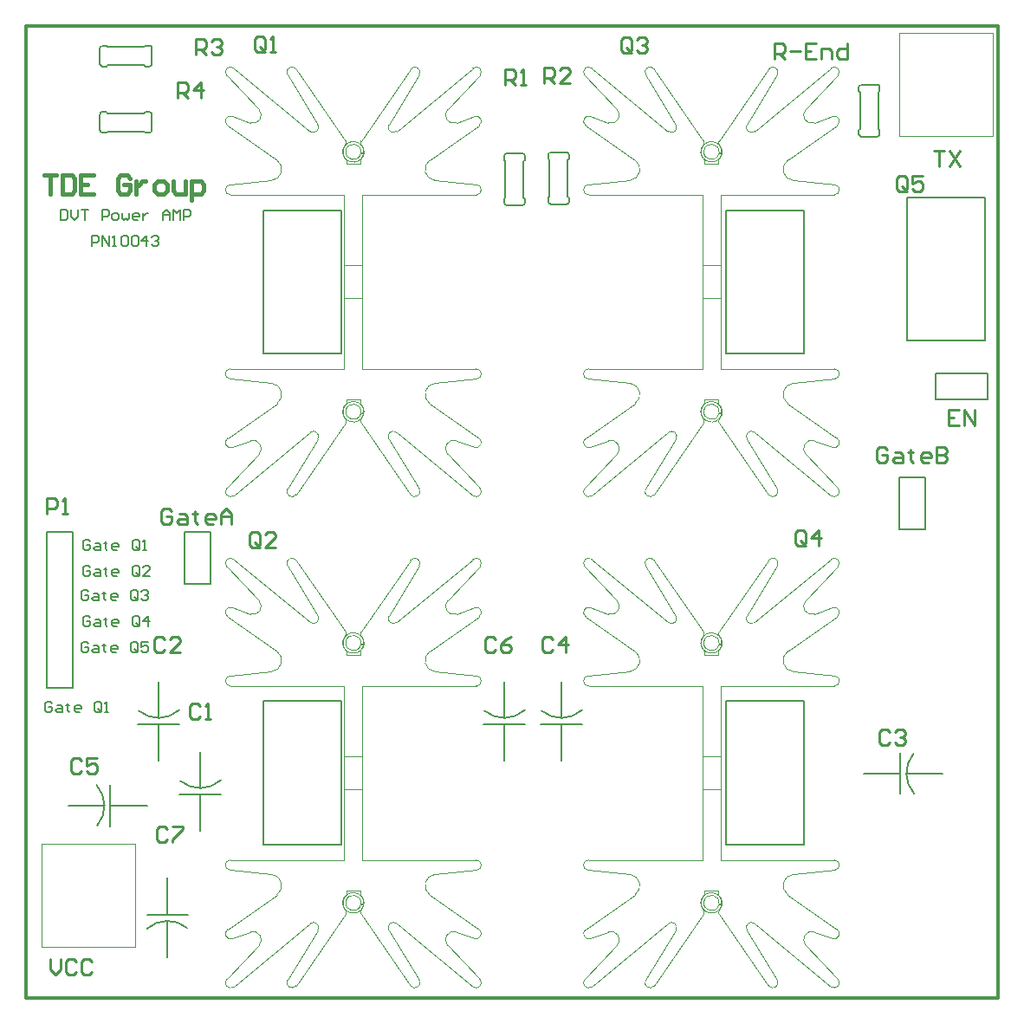
<source format=gto>
G04 Layer_Color=65535*
%FSLAX44Y44*%
%MOMM*%
G71*
G01*
G75*
%ADD12C,0.3000*%
%ADD25C,0.1000*%
%ADD26C,0.2000*%
%ADD27C,0.1524*%
%ADD28C,0.1270*%
%ADD29C,0.0500*%
%ADD30C,0.1500*%
%ADD31C,0.2540*%
%ADD32C,0.4000*%
D12*
X0Y950000D02*
X950000D01*
Y0D02*
Y950000D01*
X0Y0D02*
X950000D01*
X0D02*
Y950000D01*
D25*
X790499Y125022D02*
G03*
X789998Y134997I-500J4975D01*
G01*
Y304997D02*
G03*
X790499Y314972I0J5000D01*
G01*
X744669Y338994D02*
G03*
X749899Y319053I6329J-8997D01*
G01*
X792876Y372908D02*
G03*
X788329Y381711I-2877J4089D01*
G01*
X762201Y388510D02*
G03*
X770669Y375456I5797J-5513D01*
G01*
X793622Y421552D02*
G03*
X786812Y428851I-3623J3446D01*
G01*
X704721Y373587D02*
G03*
X712185Y367144I4277J-2589D01*
G01*
X734276Y422408D02*
G03*
X725886Y427841I-4277J2589D01*
G01*
X677481Y357827D02*
G03*
X677737Y354094I2468J-1706D01*
G01*
X676948Y339127D02*
G03*
X677737Y354094I-6950J7871D01*
G01*
X662260D02*
G03*
X663048Y339127I7739J-7096D01*
G01*
X662260Y354094D02*
G03*
X662516Y357827I-2211J2028D01*
G01*
X614111Y427841D02*
G03*
X605721Y422408I-4113J-2843D01*
G01*
X627812Y367144D02*
G03*
X635276Y373587I3186J3853D01*
G01*
X553185Y428851D02*
G03*
X546375Y421552I-3186J-3853D01*
G01*
X569328Y375456D02*
G03*
X577796Y388510I2671J7541D01*
G01*
X551668Y381711D02*
G03*
X547122Y372908I-1669J-4713D01*
G01*
X590098Y319053D02*
G03*
X595328Y338994I-1100J10945D01*
G01*
X549498Y314972D02*
G03*
X549999Y304997I500J-4975D01*
G01*
Y134997D02*
G03*
X549498Y125022I0J-5000D01*
G01*
X595328Y101001D02*
G03*
X590098Y120942I-6329J8997D01*
G01*
X547122Y67087D02*
G03*
X551668Y58284I2877J-4089D01*
G01*
X577796Y51485D02*
G03*
X569328Y64538I-5797J5513D01*
G01*
X546375Y18443D02*
G03*
X553185Y11144I3623J-3446D01*
G01*
X635276Y66408D02*
G03*
X627812Y72851I-4277J2589D01*
G01*
X605721Y17587D02*
G03*
X614111Y12154I4277J-2589D01*
G01*
X662516Y82167D02*
G03*
X662260Y85901I-2468J1706D01*
G01*
X663048Y100868D02*
G03*
X662260Y85901I6950J-7871D01*
G01*
X677737D02*
G03*
X676948Y100868I-7739J7096D01*
G01*
X677737Y85901D02*
G03*
X677481Y82167I2211J-2028D01*
G01*
X725886Y12154D02*
G03*
X734276Y17587I4113J2843D01*
G01*
X712185Y72851D02*
G03*
X704721Y66408I-3186J-3853D01*
G01*
X786812Y11144D02*
G03*
X793622Y18443I3186J3853D01*
G01*
X770669Y64538D02*
G03*
X762201Y51485I-2671J-7541D01*
G01*
X788329Y58284D02*
G03*
X792876Y67087I1669J4713D01*
G01*
X749899Y120942D02*
G03*
X744669Y101001I1100J-10945D01*
G01*
X679799Y91010D02*
G03*
X679916Y91716I-9801J1987D01*
G01*
D02*
G03*
X679620Y90271I-9918J1282D01*
G01*
X677290Y91240D02*
G03*
X677429Y91978I-7291J1758D01*
G01*
X679620Y90271D02*
G03*
X679635Y90327I-9621J2726D01*
G01*
X679790Y90966D02*
G03*
X679799Y91010I-9791J2031D01*
G01*
X677429Y91978D02*
G03*
X677290Y91240I-7430J1020D01*
G01*
X679879Y345454D02*
G03*
X679964Y346164I-9880J1543D01*
G01*
D02*
G03*
X679733Y344708I-9965J833D01*
G01*
X677362Y345571D02*
G03*
X677467Y346314I-7363J1427D01*
G01*
X679733Y344708D02*
G03*
X679746Y344764I-9734J2290D01*
G01*
X679872Y345410D02*
G03*
X679879Y345454I-9873J1587D01*
G01*
X677467Y346314D02*
G03*
X677362Y345571I-7469J684D01*
G01*
X790499Y605023D02*
G03*
X789998Y614997I-500J4975D01*
G01*
Y784997D02*
G03*
X790499Y794972I0J5000D01*
G01*
X744669Y818994D02*
G03*
X749899Y799053I6329J-8997D01*
G01*
X792876Y852908D02*
G03*
X788329Y861711I-2877J4089D01*
G01*
X762201Y868510D02*
G03*
X770669Y855456I5797J-5513D01*
G01*
X793622Y901552D02*
G03*
X786812Y908851I-3623J3446D01*
G01*
X704721Y853587D02*
G03*
X712185Y847144I4277J-2589D01*
G01*
X734276Y902408D02*
G03*
X725886Y907841I-4277J2589D01*
G01*
X677481Y837828D02*
G03*
X677737Y834094I2468J-1706D01*
G01*
X676948Y819127D02*
G03*
X677737Y834094I-6950J7871D01*
G01*
X662260D02*
G03*
X663048Y819127I7739J-7096D01*
G01*
X662260Y834094D02*
G03*
X662516Y837828I-2211J2028D01*
G01*
X614111Y907841D02*
G03*
X605721Y902408I-4113J-2843D01*
G01*
X627812Y847144D02*
G03*
X635276Y853587I3186J3853D01*
G01*
X553185Y908851D02*
G03*
X546375Y901552I-3186J-3853D01*
G01*
X569328Y855456D02*
G03*
X577796Y868510I2671J7541D01*
G01*
X551668Y861711D02*
G03*
X547122Y852908I-1669J-4713D01*
G01*
X590098Y799053D02*
G03*
X595328Y818994I-1100J10945D01*
G01*
X549498Y794972D02*
G03*
X549999Y784997I500J-4975D01*
G01*
Y614997D02*
G03*
X549498Y605023I0J-5000D01*
G01*
X595328Y581001D02*
G03*
X590098Y600942I-6329J8997D01*
G01*
X547122Y547087D02*
G03*
X551668Y538284I2877J-4089D01*
G01*
X577796Y531485D02*
G03*
X569328Y544538I-5797J5513D01*
G01*
X546375Y498443D02*
G03*
X553185Y491144I3623J-3446D01*
G01*
X635276Y546408D02*
G03*
X627812Y552851I-4277J2589D01*
G01*
X605721Y497587D02*
G03*
X614111Y492154I4277J-2589D01*
G01*
X662516Y562167D02*
G03*
X662260Y565901I-2468J1706D01*
G01*
X663048Y580868D02*
G03*
X662260Y565901I6950J-7871D01*
G01*
X677737D02*
G03*
X676948Y580868I-7739J7096D01*
G01*
X677737Y565901D02*
G03*
X677481Y562167I2211J-2028D01*
G01*
X725886Y492154D02*
G03*
X734276Y497587I4113J2843D01*
G01*
X712185Y552851D02*
G03*
X704721Y546408I-3186J-3853D01*
G01*
X786812Y491144D02*
G03*
X793622Y498443I3186J3853D01*
G01*
X770669Y544538D02*
G03*
X762201Y531485I-2671J-7541D01*
G01*
X788329Y538284D02*
G03*
X792876Y547087I1669J4713D01*
G01*
X749899Y600942D02*
G03*
X744669Y581001I1100J-10945D01*
G01*
X679799Y571010D02*
G03*
X679916Y571716I-9801J1987D01*
G01*
D02*
G03*
X679620Y570271I-9918J1282D01*
G01*
X677290Y571240D02*
G03*
X677429Y571978I-7291J1758D01*
G01*
X679620Y570271D02*
G03*
X679635Y570327I-9621J2726D01*
G01*
X679790Y570966D02*
G03*
X679799Y571010I-9791J2031D01*
G01*
X677429Y571978D02*
G03*
X677290Y571240I-7430J1020D01*
G01*
X679879Y825454D02*
G03*
X679964Y826164I-9880J1543D01*
G01*
D02*
G03*
X679733Y824708I-9965J833D01*
G01*
X677362Y825571D02*
G03*
X677467Y826314I-7363J1427D01*
G01*
X679733Y824708D02*
G03*
X679746Y824764I-9734J2290D01*
G01*
X679872Y825410D02*
G03*
X679879Y825454I-9873J1587D01*
G01*
X677467Y826314D02*
G03*
X677362Y825571I-7469J684D01*
G01*
X440499Y605023D02*
G03*
X439999Y614997I-500J4975D01*
G01*
Y784997D02*
G03*
X440499Y794972I0J5000D01*
G01*
X394669Y818994D02*
G03*
X399899Y799053I6329J-8997D01*
G01*
X442875Y852908D02*
G03*
X438329Y861711I-2877J4089D01*
G01*
X412201Y868510D02*
G03*
X420669Y855456I5797J-5513D01*
G01*
X443622Y901552D02*
G03*
X436812Y908851I-3623J3446D01*
G01*
X354721Y853587D02*
G03*
X362185Y847144I4277J-2589D01*
G01*
X384276Y902408D02*
G03*
X375886Y907841I-4277J2589D01*
G01*
X327481Y837828D02*
G03*
X327737Y834094I2468J-1706D01*
G01*
X326949Y819127D02*
G03*
X327737Y834094I-6950J7871D01*
G01*
X312260D02*
G03*
X313048Y819127I7739J-7096D01*
G01*
X312260Y834094D02*
G03*
X312516Y837828I-2211J2028D01*
G01*
X264111Y907841D02*
G03*
X255721Y902408I-4113J-2843D01*
G01*
X277812Y847144D02*
G03*
X285276Y853587I3186J3853D01*
G01*
X203185Y908851D02*
G03*
X196375Y901552I-3186J-3853D01*
G01*
X219328Y855456D02*
G03*
X227796Y868510I2671J7541D01*
G01*
X201668Y861711D02*
G03*
X197122Y852908I-1669J-4713D01*
G01*
X240098Y799053D02*
G03*
X245328Y818994I-1100J10945D01*
G01*
X199499Y794972D02*
G03*
X199998Y784997I500J-4975D01*
G01*
Y614997D02*
G03*
X199499Y605023I0J-5000D01*
G01*
X245328Y581001D02*
G03*
X240098Y600942I-6329J8997D01*
G01*
X197122Y547087D02*
G03*
X201668Y538284I2877J-4089D01*
G01*
X227796Y531485D02*
G03*
X219328Y544538I-5797J5513D01*
G01*
X196375Y498443D02*
G03*
X203185Y491144I3623J-3446D01*
G01*
X285276Y546408D02*
G03*
X277812Y552851I-4277J2589D01*
G01*
X255721Y497587D02*
G03*
X264111Y492154I4277J-2589D01*
G01*
X312516Y562167D02*
G03*
X312260Y565901I-2468J1706D01*
G01*
X313048Y580868D02*
G03*
X312260Y565901I6950J-7871D01*
G01*
X327737D02*
G03*
X326949Y580868I-7739J7096D01*
G01*
X327737Y565901D02*
G03*
X327481Y562167I2211J-2028D01*
G01*
X375886Y492154D02*
G03*
X384276Y497587I4113J2843D01*
G01*
X362185Y552851D02*
G03*
X354721Y546408I-3186J-3853D01*
G01*
X436812Y491144D02*
G03*
X443622Y498443I3186J3853D01*
G01*
X420669Y544538D02*
G03*
X412201Y531485I-2671J-7541D01*
G01*
X438329Y538284D02*
G03*
X442875Y547087I1669J4713D01*
G01*
X399899Y600942D02*
G03*
X394669Y581001I1100J-10945D01*
G01*
X329799Y571010D02*
G03*
X329916Y571716I-9801J1987D01*
G01*
D02*
G03*
X329620Y570271I-9918J1282D01*
G01*
X327290Y571240D02*
G03*
X327429Y571978I-7291J1758D01*
G01*
X329620Y570271D02*
G03*
X329635Y570327I-9621J2726D01*
G01*
X329790Y570966D02*
G03*
X329799Y571010I-9791J2031D01*
G01*
X327429Y571978D02*
G03*
X327290Y571240I-7430J1020D01*
G01*
X329879Y825454D02*
G03*
X329964Y826164I-9880J1543D01*
G01*
D02*
G03*
X329733Y824708I-9965J833D01*
G01*
X327361Y825571D02*
G03*
X327467Y826314I-7363J1427D01*
G01*
X329733Y824708D02*
G03*
X329746Y824764I-9734J2290D01*
G01*
X329872Y825410D02*
G03*
X329879Y825454I-9873J1587D01*
G01*
X327467Y826314D02*
G03*
X327361Y825571I-7469J684D01*
G01*
X440499Y125022D02*
G03*
X439999Y134997I-500J4975D01*
G01*
Y304997D02*
G03*
X440499Y314972I0J5000D01*
G01*
X394669Y338994D02*
G03*
X399899Y319053I6329J-8997D01*
G01*
X442875Y372908D02*
G03*
X438329Y381711I-2877J4089D01*
G01*
X412201Y388510D02*
G03*
X420669Y375456I5797J-5513D01*
G01*
X443622Y421552D02*
G03*
X436812Y428851I-3623J3446D01*
G01*
X354721Y373587D02*
G03*
X362185Y367144I4277J-2589D01*
G01*
X384276Y422408D02*
G03*
X375886Y427841I-4277J2589D01*
G01*
X327481Y357827D02*
G03*
X327737Y354094I2468J-1706D01*
G01*
X326949Y339127D02*
G03*
X327737Y354094I-6950J7871D01*
G01*
X312260D02*
G03*
X313048Y339127I7739J-7096D01*
G01*
X312260Y354094D02*
G03*
X312516Y357827I-2211J2028D01*
G01*
X264111Y427841D02*
G03*
X255721Y422408I-4113J-2843D01*
G01*
X277812Y367144D02*
G03*
X285276Y373587I3186J3853D01*
G01*
X203185Y428851D02*
G03*
X196375Y421552I-3186J-3853D01*
G01*
X219328Y375456D02*
G03*
X227796Y388510I2671J7541D01*
G01*
X201668Y381711D02*
G03*
X197122Y372908I-1669J-4713D01*
G01*
X240098Y319053D02*
G03*
X245328Y338994I-1100J10945D01*
G01*
X199499Y314972D02*
G03*
X199998Y304997I500J-4975D01*
G01*
Y134997D02*
G03*
X199499Y125022I0J-5000D01*
G01*
X245328Y101001D02*
G03*
X240098Y120942I-6329J8997D01*
G01*
X197122Y67087D02*
G03*
X201668Y58284I2877J-4089D01*
G01*
X227796Y51485D02*
G03*
X219328Y64538I-5797J5513D01*
G01*
X196375Y18443D02*
G03*
X203185Y11144I3623J-3446D01*
G01*
X285276Y66408D02*
G03*
X277812Y72851I-4277J2589D01*
G01*
X255721Y17587D02*
G03*
X264111Y12154I4277J-2589D01*
G01*
X312516Y82167D02*
G03*
X312260Y85901I-2468J1706D01*
G01*
X313048Y100868D02*
G03*
X312260Y85901I6950J-7871D01*
G01*
X327737D02*
G03*
X326949Y100868I-7739J7096D01*
G01*
X327737Y85901D02*
G03*
X327481Y82167I2211J-2028D01*
G01*
X375886Y12154D02*
G03*
X384276Y17587I4113J2843D01*
G01*
X362185Y72851D02*
G03*
X354721Y66408I-3186J-3853D01*
G01*
X436812Y11144D02*
G03*
X443622Y18443I3186J3853D01*
G01*
X420669Y64538D02*
G03*
X412201Y51485I-2671J-7541D01*
G01*
X438329Y58284D02*
G03*
X442875Y67087I1669J4713D01*
G01*
X399899Y120942D02*
G03*
X394669Y101001I1100J-10945D01*
G01*
X329799Y91010D02*
G03*
X329916Y91716I-9801J1987D01*
G01*
D02*
G03*
X329620Y90271I-9918J1282D01*
G01*
X327290Y91240D02*
G03*
X327429Y91978I-7291J1758D01*
G01*
X329620Y90271D02*
G03*
X329635Y90327I-9621J2726D01*
G01*
X329790Y90966D02*
G03*
X329799Y91010I-9791J2031D01*
G01*
X327429Y91978D02*
G03*
X327290Y91240I-7430J1020D01*
G01*
X329879Y345454D02*
G03*
X329964Y346164I-9880J1543D01*
G01*
D02*
G03*
X329733Y344708I-9965J833D01*
G01*
X327361Y345571D02*
G03*
X327467Y346314I-7363J1427D01*
G01*
X329733Y344708D02*
G03*
X329746Y344764I-9734J2290D01*
G01*
X329872Y345410D02*
G03*
X329879Y345454I-9873J1587D01*
G01*
X327467Y346314D02*
G03*
X327361Y345571I-7469J684D01*
G01*
X749899Y120942D02*
X790498Y125022D01*
X678998Y134997D02*
X789998D01*
X678998D02*
Y304997D01*
X789998D01*
X749899Y319053D02*
X790498Y314972D01*
X744669Y338994D02*
X792876Y372908D01*
X770669Y375456D02*
X788329Y381711D01*
X762201Y388510D02*
X793622Y421552D01*
X712185Y367144D02*
X786812Y428851D01*
X704721Y373587D02*
X734276Y422408D01*
X677481Y357827D02*
X725886Y427841D01*
X676948Y334997D02*
Y339127D01*
X663048Y334997D02*
X676948D01*
X663048D02*
Y339127D01*
X614111Y427841D02*
X662516Y357827D01*
X605721Y422408D02*
X635276Y373587D01*
X553185Y428851D02*
X627812Y367144D01*
X546375Y421552D02*
X577796Y388510D01*
X551668Y381711D02*
X569328Y375456D01*
X547122Y372908D02*
X595328Y338994D01*
X549498Y314972D02*
X590098Y319053D01*
X549999Y304997D02*
X660999D01*
Y134997D02*
Y304997D01*
X549999Y134997D02*
X660999D01*
X549498Y125022D02*
X590098Y120942D01*
X547122Y67087D02*
X595328Y101001D01*
X551668Y58284D02*
X569328Y64538D01*
X546375Y18443D02*
X577796Y51485D01*
X553185Y11144D02*
X627812Y72851D01*
X605721Y17587D02*
X635276Y66408D01*
X614111Y12154D02*
X662516Y82167D01*
X663048Y100868D02*
Y104997D01*
X676948D01*
Y100868D02*
Y104997D01*
X677481Y82167D02*
X725886Y12154D01*
X704721Y66408D02*
X734276Y17587D01*
X712185Y72851D02*
X786812Y11144D01*
X762201Y51485D02*
X793622Y18443D01*
X770669Y64538D02*
X788329Y58284D01*
X744669Y101001D02*
X792876Y67087D01*
X660999Y235997D02*
X678998D01*
X660999Y203997D02*
X678998D01*
X679620Y90271D02*
X679633Y90325D01*
X679644Y90382D01*
X679652Y90440D01*
X679656Y90499D01*
X679657Y90558D01*
X679655Y90616D02*
X679657Y90558D01*
X679649Y90673D02*
X679655Y90616D01*
X679639Y90728D02*
X679649Y90673D01*
X679625Y90781D02*
X679639Y90728D01*
X679605Y90836D02*
X679625Y90781D01*
X679581Y90892D02*
X679605Y90836D01*
X679552Y90946D02*
X679581Y90892D01*
X679519Y90998D02*
X679552Y90946D01*
X679481Y91046D02*
X679519Y90998D01*
X679439Y91091D02*
X679481Y91046D01*
X679390Y91134D02*
X679439Y91091D01*
X679334Y91175D02*
X679390Y91134D01*
X679273Y91212D02*
X679334Y91175D01*
X679210Y91242D02*
X679273Y91212D01*
X679143Y91267D02*
X679210Y91242D01*
X679070Y91285D02*
X679143Y91267D01*
X678993Y91298D02*
X679070Y91285D01*
X678914Y91305D02*
X678993Y91298D01*
X678838Y91306D02*
X678914Y91305D01*
X678948Y92042D02*
X679024Y92042D01*
X679103Y92034D01*
X679181Y92021D01*
X679255Y92002D01*
X679322Y91978D01*
X679387Y91947D01*
X679449Y91911D01*
X679506Y91871D01*
X679558Y91828D01*
X679602Y91785D01*
X679642Y91737D01*
X679679Y91686D01*
X679712Y91632D01*
X679740Y91578D01*
X679764Y91523D01*
X679782Y91469D01*
X679797Y91415D01*
X679807Y91358D01*
X679814Y91300D01*
X679818Y91241D01*
X679818Y91182D01*
X679815Y91123D02*
X679818Y91182D01*
X679809Y91066D02*
X679815Y91123D01*
X679799Y91010D02*
X679809Y91066D01*
X677290Y91240D02*
X678838Y91306D01*
X677429Y91978D02*
X678948Y92042D01*
X679635Y90327D02*
X679636Y90328D01*
X679637Y90332D01*
X679638Y90337D01*
X679641Y90346D01*
X679643Y90356D01*
X679647Y90369D01*
X679651Y90385D01*
X679656Y90402D01*
X679661Y90422D01*
X679667Y90444D01*
X679674Y90469D01*
X679681Y90496D01*
X679688Y90525D01*
X679696Y90557D01*
X679704Y90590D01*
X679713Y90626D01*
X679722Y90663D01*
X679731Y90702D01*
X679741Y90743D01*
X679751Y90785D01*
X679760Y90828D01*
X679770Y90873D01*
X679780Y90919D01*
X679790Y90966D01*
X679634Y90327D02*
X679635Y90327D01*
X679733Y344708D02*
X679744Y344763D01*
X679752Y344820D01*
X679757Y344878D01*
X679759Y344937D01*
X679758Y344996D02*
X679759Y344937D01*
X679753Y345054D02*
X679758Y344996D01*
X679744Y345111D02*
X679753Y345054D01*
X679732Y345165D02*
X679744Y345111D01*
X679715Y345218D02*
X679732Y345165D01*
X679693Y345272D02*
X679715Y345218D01*
X679666Y345326D02*
X679693Y345272D01*
X679635Y345379D02*
X679666Y345326D01*
X679599Y345429D02*
X679635Y345379D01*
X679560Y345476D02*
X679599Y345429D01*
X679516Y345519D02*
X679560Y345476D01*
X679464Y345560D02*
X679516Y345519D01*
X679407Y345598D02*
X679464Y345560D01*
X679344Y345632D02*
X679407Y345598D01*
X679279Y345660D02*
X679344Y345632D01*
X679212Y345681D02*
X679279Y345660D01*
X679138Y345696D02*
X679212Y345681D01*
X679060Y345706D02*
X679138Y345696D01*
X678981Y345709D02*
X679060Y345706D01*
X678905Y345706D02*
X678981Y345709D01*
X678982Y346446D02*
X679058Y346450D01*
X679137Y346446D01*
X679216Y346436D01*
X679290Y346421D01*
X679358Y346399D01*
X679424Y346372D01*
X679488Y346338D01*
X679547Y346301D01*
X679601Y346261D01*
X679647Y346219D01*
X679689Y346173D01*
X679728Y346124D01*
X679763Y346072D01*
X679794Y346019D01*
X679820Y345965D01*
X679841Y345912D01*
X679858Y345858D01*
X679871Y345802D01*
X679881Y345745D01*
X679887Y345686D01*
X679890Y345626D01*
X679889Y345568D02*
X679890Y345626D01*
X679886Y345510D02*
X679889Y345568D01*
X679879Y345454D02*
X679886Y345510D01*
X677362Y345571D02*
X678905Y345706D01*
X677467Y346314D02*
X678982Y346446D01*
X679746Y344764D02*
X679746Y344766D01*
X679747Y344769D01*
X679749Y344775D01*
X679750Y344783D01*
X679753Y344794D01*
X679756Y344807D01*
X679759Y344823D01*
X679763Y344840D01*
X679768Y344860D01*
X679772Y344883D01*
X679778Y344908D01*
X679784Y344935D01*
X679790Y344965D01*
X679796Y344997D01*
X679803Y345031D01*
X679810Y345066D01*
X679818Y345104D01*
X679825Y345144D01*
X679833Y345185D01*
X679840Y345227D01*
X679848Y345271D01*
X679856Y345316D01*
X679864Y345362D01*
X679872Y345410D01*
X679745Y344764D02*
X679746Y344764D01*
X749899Y600942D02*
X790498Y605023D01*
X678998Y614997D02*
X789998D01*
X678998D02*
Y784997D01*
X789998D01*
X749899Y799053D02*
X790498Y794972D01*
X744669Y818994D02*
X792876Y852908D01*
X770669Y855456D02*
X788329Y861711D01*
X762201Y868510D02*
X793622Y901552D01*
X712185Y847144D02*
X786812Y908851D01*
X704721Y853587D02*
X734276Y902408D01*
X677481Y837828D02*
X725886Y907841D01*
X676948Y814997D02*
Y819127D01*
X663048Y814997D02*
X676948D01*
X663048D02*
Y819127D01*
X614111Y907841D02*
X662516Y837828D01*
X605721Y902408D02*
X635276Y853587D01*
X553185Y908851D02*
X627812Y847144D01*
X546375Y901552D02*
X577796Y868510D01*
X551668Y861711D02*
X569328Y855456D01*
X547122Y852908D02*
X595328Y818994D01*
X549498Y794972D02*
X590098Y799053D01*
X549999Y784997D02*
X660999D01*
Y614997D02*
Y784997D01*
X549999Y614997D02*
X660999D01*
X549498Y605023D02*
X590098Y600942D01*
X547122Y547087D02*
X595328Y581001D01*
X551668Y538284D02*
X569328Y544538D01*
X546375Y498443D02*
X577796Y531485D01*
X553185Y491144D02*
X627812Y552851D01*
X605721Y497587D02*
X635276Y546408D01*
X614111Y492154D02*
X662516Y562167D01*
X663048Y580868D02*
Y584997D01*
X676948D01*
Y580868D02*
Y584997D01*
X677481Y562167D02*
X725886Y492154D01*
X704721Y546408D02*
X734276Y497587D01*
X712185Y552851D02*
X786812Y491144D01*
X762201Y531485D02*
X793622Y498443D01*
X770669Y544538D02*
X788329Y538284D01*
X744669Y581001D02*
X792876Y547087D01*
X660999Y715997D02*
X678998D01*
X660999Y683997D02*
X678998D01*
X679620Y570271D02*
X679633Y570326D01*
X679644Y570382D01*
X679652Y570440D01*
X679656Y570499D01*
X679657Y570558D01*
X679655Y570616D02*
X679657Y570558D01*
X679649Y570673D02*
X679655Y570616D01*
X679639Y570728D02*
X679649Y570673D01*
X679625Y570781D02*
X679639Y570728D01*
X679605Y570836D02*
X679625Y570781D01*
X679581Y570892D02*
X679605Y570836D01*
X679552Y570946D02*
X679581Y570892D01*
X679519Y570998D02*
X679552Y570946D01*
X679481Y571046D02*
X679519Y570998D01*
X679439Y571091D02*
X679481Y571046D01*
X679390Y571134D02*
X679439Y571091D01*
X679334Y571175D02*
X679390Y571134D01*
X679273Y571212D02*
X679334Y571175D01*
X679210Y571242D02*
X679273Y571212D01*
X679143Y571267D02*
X679210Y571242D01*
X679070Y571285D02*
X679143Y571267D01*
X678993Y571298D02*
X679070Y571285D01*
X678914Y571305D02*
X678993Y571298D01*
X678838Y571306D02*
X678914Y571305D01*
X678948Y572042D02*
X679024Y572042D01*
X679103Y572034D01*
X679181Y572021D01*
X679255Y572002D01*
X679322Y571978D01*
X679387Y571947D01*
X679449Y571911D01*
X679506Y571871D01*
X679558Y571828D01*
X679602Y571785D01*
X679642Y571737D01*
X679679Y571686D01*
X679712Y571632D01*
X679740Y571578D01*
X679764Y571523D01*
X679782Y571469D01*
X679797Y571415D01*
X679807Y571358D01*
X679814Y571300D01*
X679818Y571241D01*
X679818Y571182D01*
X679815Y571123D02*
X679818Y571182D01*
X679809Y571066D02*
X679815Y571123D01*
X679799Y571010D02*
X679809Y571066D01*
X677290Y571240D02*
X678838Y571306D01*
X677429Y571978D02*
X678948Y572042D01*
X679635Y570327D02*
X679636Y570328D01*
X679637Y570332D01*
X679638Y570337D01*
X679641Y570346D01*
X679643Y570356D01*
X679647Y570369D01*
X679651Y570384D01*
X679656Y570402D01*
X679661Y570422D01*
X679667Y570444D01*
X679674Y570469D01*
X679681Y570496D01*
X679688Y570525D01*
X679696Y570557D01*
X679704Y570590D01*
X679713Y570626D01*
X679722Y570663D01*
X679731Y570702D01*
X679741Y570743D01*
X679751Y570785D01*
X679760Y570828D01*
X679770Y570873D01*
X679780Y570919D01*
X679790Y570966D01*
X679634Y570327D02*
X679635Y570327D01*
X679733Y824708D02*
X679744Y824763D01*
X679752Y824820D01*
X679757Y824878D01*
X679759Y824937D01*
X679758Y824996D02*
X679759Y824937D01*
X679753Y825054D02*
X679758Y824996D01*
X679744Y825110D02*
X679753Y825054D01*
X679732Y825165D02*
X679744Y825110D01*
X679715Y825218D02*
X679732Y825165D01*
X679693Y825272D02*
X679715Y825218D01*
X679666Y825326D02*
X679693Y825272D01*
X679635Y825379D02*
X679666Y825326D01*
X679599Y825429D02*
X679635Y825379D01*
X679560Y825476D02*
X679599Y825429D01*
X679516Y825519D02*
X679560Y825476D01*
X679464Y825560D02*
X679516Y825519D01*
X679407Y825598D02*
X679464Y825560D01*
X679344Y825632D02*
X679407Y825598D01*
X679279Y825660D02*
X679344Y825632D01*
X679212Y825681D02*
X679279Y825660D01*
X679138Y825696D02*
X679212Y825681D01*
X679060Y825706D02*
X679138Y825696D01*
X678981Y825709D02*
X679060Y825706D01*
X678905Y825706D02*
X678981Y825709D01*
X678982Y826447D02*
X679058Y826450D01*
X679137Y826446D01*
X679216Y826436D01*
X679290Y826421D01*
X679358Y826400D01*
X679424Y826372D01*
X679488Y826338D01*
X679547Y826301D01*
X679601Y826261D01*
X679647Y826219D01*
X679689Y826173D01*
X679728Y826124D01*
X679763Y826072D01*
X679794Y826019D01*
X679820Y825965D01*
X679841Y825912D01*
X679858Y825859D01*
X679871Y825802D01*
X679881Y825744D01*
X679887Y825686D01*
X679890Y825626D01*
X679889Y825568D02*
X679890Y825626D01*
X679886Y825510D02*
X679889Y825568D01*
X679879Y825454D02*
X679886Y825510D01*
X677362Y825571D02*
X678905Y825706D01*
X677467Y826314D02*
X678982Y826447D01*
X679746Y824764D02*
X679746Y824765D01*
X679747Y824769D01*
X679749Y824775D01*
X679750Y824783D01*
X679753Y824794D01*
X679756Y824807D01*
X679759Y824822D01*
X679763Y824840D01*
X679768Y824861D01*
X679772Y824883D01*
X679778Y824908D01*
X679784Y824935D01*
X679790Y824965D01*
X679796Y824997D01*
X679803Y825031D01*
X679810Y825066D01*
X679818Y825104D01*
X679825Y825144D01*
X679833Y825184D01*
X679840Y825227D01*
X679848Y825271D01*
X679856Y825316D01*
X679864Y825362D01*
X679872Y825410D01*
X679745Y824764D02*
X679746Y824764D01*
X399898Y600942D02*
X440498Y605023D01*
X328998Y614997D02*
X439999D01*
X328998D02*
Y784997D01*
X439999D01*
X399898Y799053D02*
X440498Y794972D01*
X394669Y818994D02*
X442875Y852908D01*
X420669Y855456D02*
X438329Y861711D01*
X412201Y868510D02*
X443622Y901552D01*
X362185Y847144D02*
X436812Y908851D01*
X354721Y853587D02*
X384276Y902408D01*
X327481Y837828D02*
X375886Y907841D01*
X326949Y814997D02*
Y819127D01*
X313048Y814997D02*
X326949D01*
X313048D02*
Y819127D01*
X264111Y907841D02*
X312516Y837828D01*
X255721Y902408D02*
X285276Y853587D01*
X203185Y908851D02*
X277812Y847144D01*
X196375Y901552D02*
X227796Y868510D01*
X201668Y861711D02*
X219328Y855456D01*
X197122Y852908D02*
X245328Y818994D01*
X199499Y794972D02*
X240098Y799053D01*
X199998Y784997D02*
X310998D01*
Y614997D02*
Y784997D01*
X199998Y614997D02*
X310998D01*
X199499Y605023D02*
X240098Y600942D01*
X197122Y547087D02*
X245328Y581001D01*
X201668Y538284D02*
X219328Y544538D01*
X196375Y498443D02*
X227796Y531485D01*
X203185Y491144D02*
X277812Y552851D01*
X255721Y497587D02*
X285276Y546408D01*
X264111Y492154D02*
X312516Y562167D01*
X313048Y580868D02*
Y584997D01*
X326949D01*
Y580868D02*
Y584997D01*
X327481Y562167D02*
X375886Y492154D01*
X354721Y546408D02*
X384276Y497587D01*
X362185Y552851D02*
X436812Y491144D01*
X412201Y531485D02*
X443622Y498443D01*
X420669Y544538D02*
X438329Y538284D01*
X394669Y581001D02*
X442875Y547087D01*
X310998Y715997D02*
X328998D01*
X310998Y683997D02*
X328998D01*
X329620Y570271D02*
X329633Y570326D01*
X329644Y570382D01*
X329652Y570440D01*
X329656Y570499D01*
X329657Y570558D01*
X329655Y570616D02*
X329657Y570558D01*
X329649Y570673D02*
X329655Y570616D01*
X329639Y570728D02*
X329649Y570673D01*
X329625Y570781D02*
X329639Y570728D01*
X329605Y570836D02*
X329625Y570781D01*
X329581Y570892D02*
X329605Y570836D01*
X329552Y570946D02*
X329581Y570892D01*
X329519Y570998D02*
X329552Y570946D01*
X329481Y571046D02*
X329519Y570998D01*
X329439Y571091D02*
X329481Y571046D01*
X329390Y571134D02*
X329439Y571091D01*
X329334Y571175D02*
X329390Y571134D01*
X329273Y571212D02*
X329334Y571175D01*
X329210Y571242D02*
X329273Y571212D01*
X329143Y571267D02*
X329210Y571242D01*
X329070Y571285D02*
X329143Y571267D01*
X328993Y571298D02*
X329070Y571285D01*
X328914Y571305D02*
X328993Y571298D01*
X328838Y571306D02*
X328914Y571305D01*
X328948Y572042D02*
X329024Y572042D01*
X329103Y572034D01*
X329181Y572021D01*
X329255Y572002D01*
X329322Y571978D01*
X329387Y571947D01*
X329449Y571911D01*
X329506Y571871D01*
X329558Y571828D01*
X329602Y571785D01*
X329642Y571737D01*
X329679Y571686D01*
X329712Y571632D01*
X329740Y571578D01*
X329764Y571523D01*
X329782Y571469D01*
X329796Y571415D01*
X329807Y571358D01*
X329814Y571300D01*
X329818Y571241D01*
X329818Y571182D01*
X329815Y571123D02*
X329818Y571182D01*
X329809Y571066D02*
X329815Y571123D01*
X329799Y571010D02*
X329809Y571066D01*
X327290Y571240D02*
X328838Y571306D01*
X327429Y571978D02*
X328948Y572042D01*
X329635Y570327D02*
X329636Y570328D01*
X329637Y570332D01*
X329638Y570337D01*
X329641Y570346D01*
X329644Y570356D01*
X329647Y570369D01*
X329651Y570384D01*
X329656Y570402D01*
X329661Y570422D01*
X329667Y570444D01*
X329674Y570469D01*
X329681Y570496D01*
X329688Y570525D01*
X329696Y570557D01*
X329704Y570590D01*
X329713Y570626D01*
X329722Y570663D01*
X329731Y570702D01*
X329741Y570743D01*
X329751Y570785D01*
X329760Y570828D01*
X329770Y570873D01*
X329780Y570919D01*
X329790Y570966D01*
X329634Y570327D02*
X329635Y570327D01*
X329733Y824708D02*
X329744Y824763D01*
X329752Y824820D01*
X329757Y824878D01*
X329759Y824937D01*
X329758Y824996D02*
X329759Y824937D01*
X329753Y825054D02*
X329758Y824996D01*
X329744Y825110D02*
X329753Y825054D01*
X329732Y825165D02*
X329744Y825110D01*
X329715Y825218D02*
X329732Y825165D01*
X329693Y825272D02*
X329715Y825218D01*
X329666Y825326D02*
X329693Y825272D01*
X329635Y825379D02*
X329666Y825326D01*
X329599Y825429D02*
X329635Y825379D01*
X329560Y825476D02*
X329599Y825429D01*
X329516Y825519D02*
X329560Y825476D01*
X329464Y825560D02*
X329516Y825519D01*
X329407Y825598D02*
X329464Y825560D01*
X329344Y825632D02*
X329407Y825598D01*
X329279Y825660D02*
X329344Y825632D01*
X329212Y825681D02*
X329279Y825660D01*
X329138Y825696D02*
X329212Y825681D01*
X329060Y825706D02*
X329138Y825696D01*
X328981Y825709D02*
X329060Y825706D01*
X328905Y825706D02*
X328981Y825709D01*
X328982Y826447D02*
X329058Y826450D01*
X329137Y826446D01*
X329216Y826436D01*
X329290Y826421D01*
X329358Y826400D01*
X329424Y826372D01*
X329488Y826338D01*
X329547Y826301D01*
X329601Y826261D01*
X329647Y826219D01*
X329689Y826173D01*
X329728Y826124D01*
X329763Y826072D01*
X329794Y826019D01*
X329820Y825965D01*
X329841Y825912D01*
X329858Y825859D01*
X329871Y825802D01*
X329881Y825744D01*
X329887Y825686D01*
X329890Y825626D01*
X329889Y825568D02*
X329890Y825626D01*
X329886Y825510D02*
X329889Y825568D01*
X329879Y825454D02*
X329886Y825510D01*
X327361Y825571D02*
X328905Y825706D01*
X327467Y826314D02*
X328982Y826447D01*
X329746Y824764D02*
X329746Y824765D01*
X329747Y824769D01*
X329748Y824775D01*
X329750Y824783D01*
X329753Y824794D01*
X329756Y824807D01*
X329759Y824822D01*
X329763Y824840D01*
X329768Y824861D01*
X329772Y824883D01*
X329778Y824908D01*
X329784Y824935D01*
X329790Y824965D01*
X329796Y824997D01*
X329803Y825031D01*
X329810Y825066D01*
X329818Y825104D01*
X329825Y825144D01*
X329833Y825184D01*
X329841Y825227D01*
X329848Y825271D01*
X329856Y825316D01*
X329864Y825362D01*
X329872Y825410D01*
X329745Y824764D02*
X329746Y824764D01*
X399898Y120942D02*
X440498Y125022D01*
X328998Y134997D02*
X439999D01*
X328998D02*
Y304997D01*
X439999D01*
X399898Y319053D02*
X440498Y314972D01*
X394669Y338994D02*
X442875Y372908D01*
X420669Y375456D02*
X438329Y381711D01*
X412201Y388510D02*
X443622Y421552D01*
X362185Y367144D02*
X436812Y428851D01*
X354721Y373587D02*
X384276Y422408D01*
X327481Y357827D02*
X375886Y427841D01*
X326949Y334997D02*
Y339127D01*
X313048Y334997D02*
X326949D01*
X313048D02*
Y339127D01*
X264111Y427841D02*
X312516Y357827D01*
X255721Y422408D02*
X285276Y373587D01*
X203185Y428851D02*
X277812Y367144D01*
X196375Y421552D02*
X227796Y388510D01*
X201668Y381711D02*
X219328Y375456D01*
X197122Y372908D02*
X245328Y338994D01*
X199499Y314972D02*
X240098Y319053D01*
X199998Y304997D02*
X310998D01*
Y134997D02*
Y304997D01*
X199998Y134997D02*
X310998D01*
X199499Y125022D02*
X240098Y120942D01*
X197122Y67087D02*
X245328Y101001D01*
X201668Y58284D02*
X219328Y64538D01*
X196375Y18443D02*
X227796Y51485D01*
X203185Y11144D02*
X277812Y72851D01*
X255721Y17587D02*
X285276Y66408D01*
X264111Y12154D02*
X312516Y82167D01*
X313048Y100868D02*
Y104997D01*
X326949D01*
Y100868D02*
Y104997D01*
X327481Y82167D02*
X375886Y12154D01*
X354721Y66408D02*
X384276Y17587D01*
X362185Y72851D02*
X436812Y11144D01*
X412201Y51485D02*
X443622Y18443D01*
X420669Y64538D02*
X438329Y58284D01*
X394669Y101001D02*
X442875Y67087D01*
X310998Y235997D02*
X328998D01*
X310998Y203997D02*
X328998D01*
X329620Y90271D02*
X329633Y90325D01*
X329644Y90382D01*
X329652Y90440D01*
X329656Y90499D01*
X329657Y90558D01*
X329655Y90616D02*
X329657Y90558D01*
X329649Y90673D02*
X329655Y90616D01*
X329639Y90728D02*
X329649Y90673D01*
X329625Y90781D02*
X329639Y90728D01*
X329605Y90836D02*
X329625Y90781D01*
X329581Y90892D02*
X329605Y90836D01*
X329552Y90946D02*
X329581Y90892D01*
X329519Y90998D02*
X329552Y90946D01*
X329481Y91046D02*
X329519Y90998D01*
X329439Y91091D02*
X329481Y91046D01*
X329390Y91134D02*
X329439Y91091D01*
X329334Y91175D02*
X329390Y91134D01*
X329273Y91212D02*
X329334Y91175D01*
X329210Y91242D02*
X329273Y91212D01*
X329143Y91267D02*
X329210Y91242D01*
X329070Y91285D02*
X329143Y91267D01*
X328993Y91298D02*
X329070Y91285D01*
X328914Y91305D02*
X328993Y91298D01*
X328838Y91306D02*
X328914Y91305D01*
X328948Y92042D02*
X329024Y92042D01*
X329103Y92034D01*
X329181Y92021D01*
X329255Y92002D01*
X329322Y91978D01*
X329387Y91947D01*
X329449Y91911D01*
X329506Y91871D01*
X329558Y91828D01*
X329602Y91785D01*
X329642Y91737D01*
X329679Y91686D01*
X329712Y91632D01*
X329740Y91578D01*
X329764Y91523D01*
X329782Y91469D01*
X329796Y91415D01*
X329807Y91358D01*
X329814Y91300D01*
X329818Y91241D01*
X329818Y91182D01*
X329815Y91123D02*
X329818Y91182D01*
X329809Y91066D02*
X329815Y91123D01*
X329799Y91010D02*
X329809Y91066D01*
X327290Y91240D02*
X328838Y91306D01*
X327429Y91978D02*
X328948Y92042D01*
X329635Y90327D02*
X329636Y90328D01*
X329637Y90332D01*
X329638Y90337D01*
X329641Y90346D01*
X329644Y90356D01*
X329647Y90369D01*
X329651Y90385D01*
X329656Y90402D01*
X329661Y90422D01*
X329667Y90444D01*
X329674Y90469D01*
X329681Y90496D01*
X329688Y90525D01*
X329696Y90557D01*
X329704Y90590D01*
X329713Y90626D01*
X329722Y90663D01*
X329731Y90702D01*
X329741Y90743D01*
X329751Y90785D01*
X329760Y90828D01*
X329770Y90873D01*
X329780Y90919D01*
X329790Y90966D01*
X329634Y90327D02*
X329635Y90327D01*
X329733Y344708D02*
X329744Y344763D01*
X329752Y344820D01*
X329757Y344878D01*
X329759Y344937D01*
X329758Y344996D02*
X329759Y344937D01*
X329753Y345054D02*
X329758Y344996D01*
X329744Y345111D02*
X329753Y345054D01*
X329732Y345165D02*
X329744Y345111D01*
X329715Y345218D02*
X329732Y345165D01*
X329693Y345272D02*
X329715Y345218D01*
X329666Y345326D02*
X329693Y345272D01*
X329635Y345379D02*
X329666Y345326D01*
X329599Y345429D02*
X329635Y345379D01*
X329560Y345476D02*
X329599Y345429D01*
X329516Y345519D02*
X329560Y345476D01*
X329464Y345560D02*
X329516Y345519D01*
X329407Y345598D02*
X329464Y345560D01*
X329344Y345632D02*
X329407Y345598D01*
X329279Y345660D02*
X329344Y345632D01*
X329212Y345681D02*
X329279Y345660D01*
X329138Y345696D02*
X329212Y345681D01*
X329060Y345706D02*
X329138Y345696D01*
X328981Y345709D02*
X329060Y345706D01*
X328905Y345706D02*
X328981Y345709D01*
X328982Y346446D02*
X329058Y346450D01*
X329137Y346446D01*
X329216Y346436D01*
X329290Y346421D01*
X329358Y346399D01*
X329424Y346372D01*
X329488Y346338D01*
X329547Y346301D01*
X329601Y346261D01*
X329647Y346219D01*
X329689Y346173D01*
X329728Y346124D01*
X329763Y346072D01*
X329794Y346019D01*
X329820Y345965D01*
X329841Y345912D01*
X329858Y345858D01*
X329871Y345802D01*
X329881Y345745D01*
X329887Y345686D01*
X329890Y345626D01*
X329889Y345568D02*
X329890Y345626D01*
X329886Y345510D02*
X329889Y345568D01*
X329879Y345454D02*
X329886Y345510D01*
X327361Y345571D02*
X328905Y345706D01*
X327467Y346314D02*
X328982Y346446D01*
X329746Y344764D02*
X329746Y344766D01*
X329747Y344769D01*
X329748Y344775D01*
X329750Y344783D01*
X329753Y344794D01*
X329756Y344807D01*
X329759Y344823D01*
X329763Y344840D01*
X329768Y344860D01*
X329772Y344883D01*
X329778Y344908D01*
X329784Y344935D01*
X329790Y344965D01*
X329796Y344997D01*
X329803Y345031D01*
X329810Y345066D01*
X329818Y345104D01*
X329825Y345144D01*
X329833Y345185D01*
X329841Y345227D01*
X329848Y345271D01*
X329856Y345316D01*
X329864Y345362D01*
X329872Y345410D01*
X329745Y344764D02*
X329746Y344764D01*
D26*
X504020Y280772D02*
G03*
X543378Y281459I19284J22981D01*
G01*
X867512Y238930D02*
G03*
X868199Y199572I22981J-19284D01*
G01*
X110320Y280772D02*
G03*
X149678Y281459I19284J22981D01*
G01*
X150960Y212192D02*
G03*
X190318Y212879I19284J22981D01*
G01*
X157650Y68478D02*
G03*
X118292Y67791I-19284J-22981D01*
G01*
X448140Y280772D02*
G03*
X487498Y281459I19284J22981D01*
G01*
X69748Y168740D02*
G03*
X69061Y208098I-22981J19284D01*
G01*
X523240Y231760D02*
Y268010D01*
Y274010D02*
Y309010D01*
X503240Y268010D02*
X543240D01*
X818500Y219710D02*
X854750D01*
X860750D02*
X895750D01*
X854750Y199710D02*
Y239710D01*
X129540Y231760D02*
Y268010D01*
Y274010D02*
Y309010D01*
X109540Y268010D02*
X149540D01*
X170180Y163180D02*
Y199430D01*
Y205430D02*
Y240430D01*
X150180Y199430D02*
X190180D01*
X154940Y405130D02*
Y455930D01*
Y405130D02*
X180340D01*
Y455930D01*
X154940D02*
X180340D01*
X853440Y458470D02*
Y509270D01*
Y458470D02*
X878840D01*
Y509270D01*
X853440D02*
X878840D01*
X138430Y81240D02*
Y117490D01*
Y40240D02*
Y75240D01*
X118430Y81240D02*
X158430D01*
X467360Y231760D02*
Y268010D01*
Y274010D02*
Y309010D01*
X447360Y268010D02*
X487360D01*
X82510Y187960D02*
X118760D01*
X41510D02*
X76510D01*
X82510Y167960D02*
Y207960D01*
X889000Y585470D02*
Y610870D01*
X939800D01*
Y585470D02*
Y610870D01*
X889000Y585470D02*
X939800D01*
X20320Y303530D02*
X45720D01*
X20320D02*
Y455930D01*
X45720D01*
Y436880D02*
Y455930D01*
Y303530D02*
Y436880D01*
D27*
X510540Y778510D02*
G03*
X513080Y775970I2540J0D01*
G01*
X528320D02*
G03*
X530860Y778510I0J2540D01*
G01*
Y824230D02*
G03*
X528320Y826770I-2540J0D01*
G01*
X513080D02*
G03*
X510540Y824230I0J-2540D01*
G01*
X467360Y777240D02*
G03*
X469900Y774700I2540J0D01*
G01*
X485140D02*
G03*
X487680Y777240I0J2540D01*
G01*
Y822960D02*
G03*
X485140Y825500I-2540J0D01*
G01*
X469900D02*
G03*
X467360Y822960I0J-2540D01*
G01*
X816610Y892810D02*
G03*
X814070Y890270I0J-2540D01*
G01*
X834390D02*
G03*
X831850Y892810I-2540J0D01*
G01*
Y842010D02*
G03*
X834390Y844550I0J2540D01*
G01*
X814070D02*
G03*
X816610Y842010I2540J0D01*
G01*
X74930Y930910D02*
G03*
X72390Y928370I0J-2540D01*
G01*
Y913130D02*
G03*
X74930Y910590I2540J0D01*
G01*
X120650D02*
G03*
X123190Y913130I0J2540D01*
G01*
Y928370D02*
G03*
X120650Y930910I-2540J0D01*
G01*
Y845820D02*
G03*
X123190Y848360I0J2540D01*
G01*
Y863600D02*
G03*
X120650Y866140I-2540J0D01*
G01*
X74930D02*
G03*
X72390Y863600I0J-2540D01*
G01*
Y848360D02*
G03*
X74930Y845820I2540J0D01*
G01*
X513080Y775970D02*
X528320D01*
X510540Y778510D02*
Y782320D01*
X511810Y783590D01*
X530860Y778510D02*
Y782320D01*
X529590Y783590D02*
X530860Y782320D01*
X510540Y820420D02*
X511810Y819150D01*
Y783590D02*
Y819150D01*
X529590D02*
X530860Y820420D01*
X529590Y783590D02*
Y819150D01*
X510540Y820420D02*
Y824230D01*
X530860Y820420D02*
Y824230D01*
X513080Y826770D02*
X528320D01*
X469900Y774700D02*
X485140D01*
X467360Y777240D02*
Y781050D01*
X468630Y782320D01*
X487680Y777240D02*
Y781050D01*
X486410Y782320D02*
X487680Y781050D01*
X467360Y819150D02*
X468630Y817880D01*
Y782320D02*
Y817880D01*
X486410D02*
X487680Y819150D01*
X486410Y782320D02*
Y817880D01*
X467360Y819150D02*
Y822960D01*
X487680Y819150D02*
Y822960D01*
X469900Y825500D02*
X485140D01*
X816610Y892810D02*
X831850D01*
X834390Y886460D02*
Y890270D01*
X814070Y886460D02*
Y890270D01*
X833120Y849630D02*
Y885190D01*
X834390Y886460D01*
X815340Y849630D02*
Y885190D01*
X814070Y886460D02*
X815340Y885190D01*
X833120Y849630D02*
X834390Y848360D01*
Y844550D02*
Y848360D01*
X814070D02*
X815340Y849630D01*
X814070Y844550D02*
Y848360D01*
X816610Y842010D02*
X831850D01*
X72390Y913130D02*
Y928370D01*
X74930Y930910D02*
X78740D01*
X80010Y929640D01*
X74930Y910590D02*
X78740D01*
X80010Y911860D01*
X115570Y929640D02*
X116840Y930910D01*
X80010Y929640D02*
X115570D01*
Y911860D02*
X116840Y910590D01*
X80010Y911860D02*
X115570D01*
X116840Y930910D02*
X120650D01*
X116840Y910590D02*
X120650D01*
X123190Y913130D02*
Y928370D01*
Y848360D02*
Y863600D01*
X116840Y845820D02*
X120650D01*
X115570Y847090D02*
X116840Y845820D01*
Y866140D02*
X120650D01*
X115570Y864870D02*
X116840Y866140D01*
X78740Y845820D02*
X80010Y847090D01*
X115570D01*
X78740Y866140D02*
X80010Y864870D01*
X115570D01*
X74930Y845820D02*
X78740D01*
X74930Y866140D02*
X78740D01*
X72390Y848360D02*
Y863600D01*
D28*
X937260Y642370D02*
Y782570D01*
X861060D02*
X937260D01*
X861060Y642370D02*
Y782570D01*
Y642370D02*
X937260D01*
X760400Y149900D02*
Y290100D01*
X684200D02*
X760400D01*
X684200Y149900D02*
Y290100D01*
Y149900D02*
X760400D01*
Y629900D02*
Y770100D01*
X684200D02*
X760400D01*
X684200Y629900D02*
Y770100D01*
Y629900D02*
X760400D01*
X232410Y149900D02*
Y290100D01*
Y149900D02*
X308610D01*
Y290100D01*
X232410D02*
X308610D01*
X232410Y629900D02*
Y770100D01*
Y629900D02*
X308610D01*
Y770100D01*
X232410D02*
X308610D01*
D29*
X106960Y49730D02*
Y150930D01*
X14960D02*
X106960D01*
X14960Y49730D02*
Y150930D01*
Y49730D02*
X106960D01*
X853160Y842210D02*
Y943410D01*
Y842210D02*
X945160D01*
Y943410D01*
X853160D02*
X945160D01*
D30*
X25714Y287731D02*
X24048Y289397D01*
X20716D01*
X19050Y287731D01*
Y281066D01*
X20716Y279400D01*
X24048D01*
X25714Y281066D01*
Y284398D01*
X22382D01*
X30713Y286064D02*
X34045D01*
X35711Y284398D01*
Y279400D01*
X30713D01*
X29047Y281066D01*
X30713Y282732D01*
X35711D01*
X40710Y287731D02*
Y286064D01*
X39044D01*
X42376D01*
X40710D01*
Y281066D01*
X42376Y279400D01*
X52373D02*
X49040D01*
X47374Y281066D01*
Y284398D01*
X49040Y286064D01*
X52373D01*
X54039Y284398D01*
Y282732D01*
X47374D01*
X74032Y281066D02*
Y287731D01*
X72366Y289397D01*
X69034D01*
X67368Y287731D01*
Y281066D01*
X69034Y279400D01*
X72366D01*
X70700Y282732D02*
X74032Y279400D01*
X72366D02*
X74032Y281066D01*
X77365Y279400D02*
X80697D01*
X79031D01*
Y289397D01*
X77365Y287731D01*
X61274Y346151D02*
X59608Y347817D01*
X56276D01*
X54610Y346151D01*
Y339486D01*
X56276Y337820D01*
X59608D01*
X61274Y339486D01*
Y342818D01*
X57942D01*
X66273Y344484D02*
X69605D01*
X71271Y342818D01*
Y337820D01*
X66273D01*
X64607Y339486D01*
X66273Y341152D01*
X71271D01*
X76270Y346151D02*
Y344484D01*
X74604D01*
X77936D01*
X76270D01*
Y339486D01*
X77936Y337820D01*
X87933D02*
X84600D01*
X82934Y339486D01*
Y342818D01*
X84600Y344484D01*
X87933D01*
X89599Y342818D01*
Y341152D01*
X82934D01*
X109592Y339486D02*
Y346151D01*
X107926Y347817D01*
X104594D01*
X102928Y346151D01*
Y339486D01*
X104594Y337820D01*
X107926D01*
X106260Y341152D02*
X109592Y337820D01*
X107926D02*
X109592Y339486D01*
X119589Y347817D02*
X112924D01*
Y342818D01*
X116257Y344484D01*
X117923D01*
X119589Y342818D01*
Y339486D01*
X117923Y337820D01*
X114591D01*
X112924Y339486D01*
X62544Y371551D02*
X60878Y373217D01*
X57546D01*
X55880Y371551D01*
Y364886D01*
X57546Y363220D01*
X60878D01*
X62544Y364886D01*
Y368218D01*
X59212D01*
X67543Y369884D02*
X70875D01*
X72541Y368218D01*
Y363220D01*
X67543D01*
X65877Y364886D01*
X67543Y366552D01*
X72541D01*
X77540Y371551D02*
Y369884D01*
X75874D01*
X79206D01*
X77540D01*
Y364886D01*
X79206Y363220D01*
X89203D02*
X85870D01*
X84204Y364886D01*
Y368218D01*
X85870Y369884D01*
X89203D01*
X90869Y368218D01*
Y366552D01*
X84204D01*
X110862Y364886D02*
Y371551D01*
X109196Y373217D01*
X105864D01*
X104198Y371551D01*
Y364886D01*
X105864Y363220D01*
X109196D01*
X107530Y366552D02*
X110862Y363220D01*
X109196D02*
X110862Y364886D01*
X119193Y363220D02*
Y373217D01*
X114194Y368218D01*
X120859D01*
X61274Y396951D02*
X59608Y398617D01*
X56276D01*
X54610Y396951D01*
Y390286D01*
X56276Y388620D01*
X59608D01*
X61274Y390286D01*
Y393618D01*
X57942D01*
X66273Y395285D02*
X69605D01*
X71271Y393618D01*
Y388620D01*
X66273D01*
X64607Y390286D01*
X66273Y391952D01*
X71271D01*
X76270Y396951D02*
Y395285D01*
X74604D01*
X77936D01*
X76270D01*
Y390286D01*
X77936Y388620D01*
X87933D02*
X84600D01*
X82934Y390286D01*
Y393618D01*
X84600Y395285D01*
X87933D01*
X89599Y393618D01*
Y391952D01*
X82934D01*
X109592Y390286D02*
Y396951D01*
X107926Y398617D01*
X104594D01*
X102928Y396951D01*
Y390286D01*
X104594Y388620D01*
X107926D01*
X106260Y391952D02*
X109592Y388620D01*
X107926D02*
X109592Y390286D01*
X112924Y396951D02*
X114591Y398617D01*
X117923D01*
X119589Y396951D01*
Y395285D01*
X117923Y393618D01*
X116257D01*
X117923D01*
X119589Y391952D01*
Y390286D01*
X117923Y388620D01*
X114591D01*
X112924Y390286D01*
X62544Y421081D02*
X60878Y422747D01*
X57546D01*
X55880Y421081D01*
Y414416D01*
X57546Y412750D01*
X60878D01*
X62544Y414416D01*
Y417748D01*
X59212D01*
X67543Y419414D02*
X70875D01*
X72541Y417748D01*
Y412750D01*
X67543D01*
X65877Y414416D01*
X67543Y416082D01*
X72541D01*
X77540Y421081D02*
Y419414D01*
X75874D01*
X79206D01*
X77540D01*
Y414416D01*
X79206Y412750D01*
X89203D02*
X85870D01*
X84204Y414416D01*
Y417748D01*
X85870Y419414D01*
X89203D01*
X90869Y417748D01*
Y416082D01*
X84204D01*
X110862Y414416D02*
Y421081D01*
X109196Y422747D01*
X105864D01*
X104198Y421081D01*
Y414416D01*
X105864Y412750D01*
X109196D01*
X107530Y416082D02*
X110862Y412750D01*
X109196D02*
X110862Y414416D01*
X120859Y412750D02*
X114194D01*
X120859Y419414D01*
Y421081D01*
X119193Y422747D01*
X115861D01*
X114194Y421081D01*
X62544Y446481D02*
X60878Y448147D01*
X57546D01*
X55880Y446481D01*
Y439816D01*
X57546Y438150D01*
X60878D01*
X62544Y439816D01*
Y443148D01*
X59212D01*
X67543Y444814D02*
X70875D01*
X72541Y443148D01*
Y438150D01*
X67543D01*
X65877Y439816D01*
X67543Y441482D01*
X72541D01*
X77540Y446481D02*
Y444814D01*
X75874D01*
X79206D01*
X77540D01*
Y439816D01*
X79206Y438150D01*
X89203D02*
X85870D01*
X84204Y439816D01*
Y443148D01*
X85870Y444814D01*
X89203D01*
X90869Y443148D01*
Y441482D01*
X84204D01*
X110862Y439816D02*
Y446481D01*
X109196Y448147D01*
X105864D01*
X104198Y446481D01*
Y439816D01*
X105864Y438150D01*
X109196D01*
X107530Y441482D02*
X110862Y438150D01*
X109196D02*
X110862Y439816D01*
X114194Y438150D02*
X117527D01*
X115861D01*
Y448147D01*
X114194Y446481D01*
X64770Y735330D02*
Y745327D01*
X69768D01*
X71434Y743661D01*
Y740328D01*
X69768Y738662D01*
X64770D01*
X74767Y735330D02*
Y745327D01*
X81431Y735330D01*
Y745327D01*
X84764Y735330D02*
X88096D01*
X86430D01*
Y745327D01*
X84764Y743661D01*
X93094D02*
X94760Y745327D01*
X98093D01*
X99759Y743661D01*
Y736996D01*
X98093Y735330D01*
X94760D01*
X93094Y736996D01*
Y743661D01*
X103091D02*
X104757Y745327D01*
X108089D01*
X109755Y743661D01*
Y736996D01*
X108089Y735330D01*
X104757D01*
X103091Y736996D01*
Y743661D01*
X118086Y735330D02*
Y745327D01*
X113088Y740328D01*
X119752D01*
X123084Y743661D02*
X124751Y745327D01*
X128083D01*
X129749Y743661D01*
Y741994D01*
X128083Y740328D01*
X126417D01*
X128083D01*
X129749Y738662D01*
Y736996D01*
X128083Y735330D01*
X124751D01*
X123084Y736996D01*
X34290Y770727D02*
Y760730D01*
X39288D01*
X40954Y762396D01*
Y769061D01*
X39288Y770727D01*
X34290D01*
X44287D02*
Y764062D01*
X47619Y760730D01*
X50951Y764062D01*
Y770727D01*
X54284D02*
X60948D01*
X57616D01*
Y760730D01*
X74277D02*
Y770727D01*
X79275D01*
X80942Y769061D01*
Y765728D01*
X79275Y764062D01*
X74277D01*
X85940Y760730D02*
X89272D01*
X90938Y762396D01*
Y765728D01*
X89272Y767394D01*
X85940D01*
X84274Y765728D01*
Y762396D01*
X85940Y760730D01*
X94271Y767394D02*
Y762396D01*
X95937Y760730D01*
X97603Y762396D01*
X99269Y760730D01*
X100935Y762396D01*
Y767394D01*
X109266Y760730D02*
X105934D01*
X104268Y762396D01*
Y765728D01*
X105934Y767394D01*
X109266D01*
X110932Y765728D01*
Y764062D01*
X104268D01*
X114264Y767394D02*
Y760730D01*
Y764062D01*
X115930Y765728D01*
X117597Y767394D01*
X119263D01*
X134258Y760730D02*
Y767394D01*
X137590Y770727D01*
X140922Y767394D01*
Y760730D01*
Y765728D01*
X134258D01*
X144255Y760730D02*
Y770727D01*
X147587Y767394D01*
X150919Y770727D01*
Y760730D01*
X154251D02*
Y770727D01*
X159250D01*
X160916Y769061D01*
Y765728D01*
X159250Y764062D01*
X154251D01*
D31*
X24130Y38095D02*
Y27938D01*
X29208Y22860D01*
X34287Y27938D01*
Y38095D01*
X49522Y35556D02*
X46983Y38095D01*
X41904D01*
X39365Y35556D01*
Y25399D01*
X41904Y22860D01*
X46983D01*
X49522Y25399D01*
X64757Y35556D02*
X62218Y38095D01*
X57139D01*
X54600Y35556D01*
Y25399D01*
X57139Y22860D01*
X62218D01*
X64757Y25399D01*
X887730Y828035D02*
X897887D01*
X892808D01*
Y812800D01*
X902965Y828035D02*
X913122Y812800D01*
Y828035D02*
X902965Y812800D01*
X731520Y918210D02*
Y933445D01*
X739137D01*
X741677Y930906D01*
Y925827D01*
X739137Y923288D01*
X731520D01*
X736598D02*
X741677Y918210D01*
X746755Y925827D02*
X756912D01*
X772147Y933445D02*
X761990D01*
Y918210D01*
X772147D01*
X761990Y925827D02*
X767068D01*
X777225Y918210D02*
Y928367D01*
X784843D01*
X787382Y925827D01*
Y918210D01*
X802617Y933445D02*
Y918210D01*
X794999D01*
X792460Y920749D01*
Y925827D01*
X794999Y928367D01*
X802617D01*
X506730Y894080D02*
Y909315D01*
X514347D01*
X516887Y906776D01*
Y901697D01*
X514347Y899158D01*
X506730D01*
X511808D02*
X516887Y894080D01*
X532122D02*
X521965D01*
X532122Y904237D01*
Y906776D01*
X529583Y909315D01*
X524504D01*
X521965Y906776D01*
X468630Y892810D02*
Y908045D01*
X476247D01*
X478787Y905506D01*
Y900427D01*
X476247Y897888D01*
X468630D01*
X473708D02*
X478787Y892810D01*
X483865D02*
X488943D01*
X486404D01*
Y908045D01*
X483865Y905506D01*
X761997Y444499D02*
Y454656D01*
X759457Y457195D01*
X754379D01*
X751840Y454656D01*
Y444499D01*
X754379Y441960D01*
X759457D01*
X756918Y447038D02*
X761997Y441960D01*
X759457D02*
X761997Y444499D01*
X774693Y441960D02*
Y457195D01*
X767075Y449577D01*
X777232D01*
X591487Y926059D02*
Y936216D01*
X588947Y938755D01*
X583869D01*
X581330Y936216D01*
Y926059D01*
X583869Y923520D01*
X588947D01*
X586408Y928598D02*
X591487Y923520D01*
X588947D02*
X591487Y926059D01*
X596565Y936216D02*
X599104Y938755D01*
X604183D01*
X606722Y936216D01*
Y933677D01*
X604183Y931137D01*
X601643D01*
X604183D01*
X606722Y928598D01*
Y926059D01*
X604183Y923520D01*
X599104D01*
X596565Y926059D01*
X228597Y443229D02*
Y453386D01*
X226057Y455925D01*
X220979D01*
X218440Y453386D01*
Y443229D01*
X220979Y440690D01*
X226057D01*
X223518Y445768D02*
X228597Y440690D01*
X226057D02*
X228597Y443229D01*
X243832Y440690D02*
X233675D01*
X243832Y450847D01*
Y453386D01*
X241293Y455925D01*
X236214D01*
X233675Y453386D01*
X233677Y927329D02*
Y937486D01*
X231138Y940025D01*
X226059D01*
X223520Y937486D01*
Y927329D01*
X226059Y924790D01*
X231138D01*
X228598Y929868D02*
X233677Y924790D01*
X231138D02*
X233677Y927329D01*
X238755Y924790D02*
X243833D01*
X241294D01*
Y940025D01*
X238755Y937486D01*
X842007Y535936D02*
X839467Y538475D01*
X834389D01*
X831850Y535936D01*
Y525779D01*
X834389Y523240D01*
X839467D01*
X842007Y525779D01*
Y530858D01*
X836928D01*
X849624Y533397D02*
X854703D01*
X857242Y530858D01*
Y523240D01*
X849624D01*
X847085Y525779D01*
X849624Y528318D01*
X857242D01*
X864859Y535936D02*
Y533397D01*
X862320D01*
X867399D01*
X864859D01*
Y525779D01*
X867399Y523240D01*
X882634D02*
X877555D01*
X875016Y525779D01*
Y530858D01*
X877555Y533397D01*
X882634D01*
X885173Y530858D01*
Y528318D01*
X875016D01*
X890251Y538475D02*
Y523240D01*
X897869D01*
X900408Y525779D01*
Y528318D01*
X897869Y530858D01*
X890251D01*
X897869D01*
X900408Y533397D01*
Y535936D01*
X897869Y538475D01*
X890251D01*
X142237Y476246D02*
X139698Y478785D01*
X134619D01*
X132080Y476246D01*
Y466089D01*
X134619Y463550D01*
X139698D01*
X142237Y466089D01*
Y471167D01*
X137158D01*
X149854Y473707D02*
X154933D01*
X157472Y471167D01*
Y463550D01*
X149854D01*
X147315Y466089D01*
X149854Y468628D01*
X157472D01*
X165089Y476246D02*
Y473707D01*
X162550D01*
X167628D01*
X165089D01*
Y466089D01*
X167628Y463550D01*
X182864D02*
X177785D01*
X175246Y466089D01*
Y471167D01*
X177785Y473707D01*
X182864D01*
X185403Y471167D01*
Y468628D01*
X175246D01*
X190481Y463550D02*
Y473707D01*
X195560Y478785D01*
X200638Y473707D01*
Y463550D01*
Y471167D01*
X190481D01*
X138427Y165096D02*
X135887Y167635D01*
X130809D01*
X128270Y165096D01*
Y154939D01*
X130809Y152400D01*
X135887D01*
X138427Y154939D01*
X143505Y167635D02*
X153662D01*
Y165096D01*
X143505Y154939D01*
Y152400D01*
X459102Y350389D02*
X456562Y352928D01*
X451484D01*
X448945Y350389D01*
Y340232D01*
X451484Y337693D01*
X456562D01*
X459102Y340232D01*
X474337Y352928D02*
X469258Y350389D01*
X464180Y345311D01*
Y340232D01*
X466719Y337693D01*
X471798D01*
X474337Y340232D01*
Y342771D01*
X471798Y345311D01*
X464180D01*
X54607Y232406D02*
X52067Y234945D01*
X46989D01*
X44450Y232406D01*
Y222249D01*
X46989Y219710D01*
X52067D01*
X54607Y222249D01*
X69842Y234945D02*
X59685D01*
Y227327D01*
X64763Y229867D01*
X67303D01*
X69842Y227327D01*
Y222249D01*
X67303Y219710D01*
X62224D01*
X59685Y222249D01*
X514982Y350389D02*
X512443Y352928D01*
X507364D01*
X504825Y350389D01*
Y340232D01*
X507364Y337693D01*
X512443D01*
X514982Y340232D01*
X527678Y337693D02*
Y352928D01*
X520060Y345311D01*
X530217D01*
X844547Y260346D02*
X842008Y262885D01*
X836929D01*
X834390Y260346D01*
Y250189D01*
X836929Y247650D01*
X842008D01*
X844547Y250189D01*
X849625Y260346D02*
X852164Y262885D01*
X857243D01*
X859782Y260346D01*
Y257807D01*
X857243Y255268D01*
X854703D01*
X857243D01*
X859782Y252728D01*
Y250189D01*
X857243Y247650D01*
X852164D01*
X849625Y250189D01*
X135887Y350516D02*
X133348Y353055D01*
X128269D01*
X125730Y350516D01*
Y340359D01*
X128269Y337820D01*
X133348D01*
X135887Y340359D01*
X151122Y337820D02*
X140965D01*
X151122Y347977D01*
Y350516D01*
X148583Y353055D01*
X143504D01*
X140965Y350516D01*
X170177Y285746D02*
X167638Y288285D01*
X162559D01*
X160020Y285746D01*
Y275589D01*
X162559Y273050D01*
X167638D01*
X170177Y275589D01*
X175255Y273050D02*
X180333D01*
X177794D01*
Y288285D01*
X175255Y285746D01*
X911857Y575305D02*
X901700D01*
Y560070D01*
X911857D01*
X901700Y567687D02*
X906778D01*
X916935Y560070D02*
Y575305D01*
X927092Y560070D01*
Y575305D01*
X861057Y791209D02*
Y801366D01*
X858518Y803905D01*
X853439D01*
X850900Y801366D01*
Y791209D01*
X853439Y788670D01*
X858518D01*
X855978Y793748D02*
X861057Y788670D01*
X858518D02*
X861057Y791209D01*
X876292Y803905D02*
X866135D01*
Y796288D01*
X871213Y798827D01*
X873753D01*
X876292Y796288D01*
Y791209D01*
X873753Y788670D01*
X868674D01*
X866135Y791209D01*
X166370Y922020D02*
Y937255D01*
X173988D01*
X176527Y934716D01*
Y929638D01*
X173988Y927098D01*
X166370D01*
X171448D02*
X176527Y922020D01*
X181605Y934716D02*
X184144Y937255D01*
X189223D01*
X191762Y934716D01*
Y932177D01*
X189223Y929638D01*
X186683D01*
X189223D01*
X191762Y927098D01*
Y924559D01*
X189223Y922020D01*
X184144D01*
X181605Y924559D01*
X148590Y880110D02*
Y895345D01*
X156208D01*
X158747Y892806D01*
Y887728D01*
X156208Y885188D01*
X148590D01*
X153668D02*
X158747Y880110D01*
X171443D02*
Y895345D01*
X163825Y887728D01*
X173982D01*
X20320Y473710D02*
Y488945D01*
X27938D01*
X30477Y486406D01*
Y481328D01*
X27938Y478788D01*
X20320D01*
X35555Y473710D02*
X40633D01*
X38094D01*
Y488945D01*
X35555Y486406D01*
D32*
X17780Y804124D02*
X29776D01*
X23778D01*
Y786130D01*
X35774Y804124D02*
Y786130D01*
X44771D01*
X47770Y789129D01*
Y801125D01*
X44771Y804124D01*
X35774D01*
X65764D02*
X53768D01*
Y786130D01*
X65764D01*
X53768Y795127D02*
X59766D01*
X101753Y801125D02*
X98754Y804124D01*
X92756D01*
X89757Y801125D01*
Y789129D01*
X92756Y786130D01*
X98754D01*
X101753Y789129D01*
Y795127D01*
X95755D01*
X107751Y798126D02*
Y786130D01*
Y792128D01*
X110750Y795127D01*
X113749Y798126D01*
X116748D01*
X128744Y786130D02*
X134742D01*
X137741Y789129D01*
Y795127D01*
X134742Y798126D01*
X128744D01*
X125745Y795127D01*
Y789129D01*
X128744Y786130D01*
X143739Y798126D02*
Y789129D01*
X146738Y786130D01*
X155735D01*
Y798126D01*
X161733Y780132D02*
Y798126D01*
X170730D01*
X173729Y795127D01*
Y789129D01*
X170730Y786130D01*
X161733D01*
M02*

</source>
